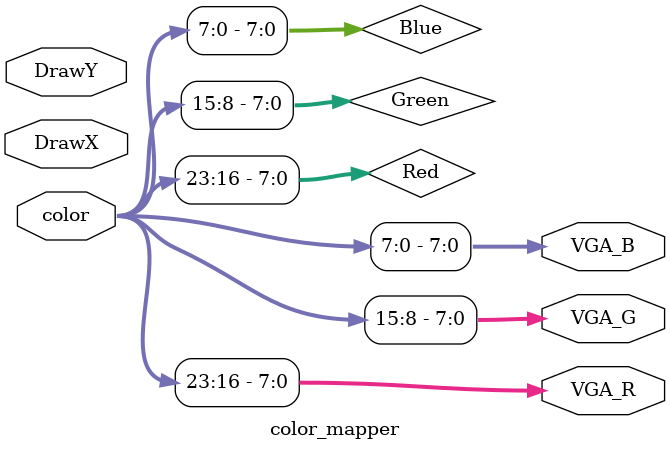
<source format=sv>

module  color_mapper ( input        [23:0] color,            // Whether current pixel belongs to ball 
                                                              //   or background (computed in ball.sv)
                       input        [9:0] DrawX, DrawY,       // Current pixel coordinates
                       output logic [7:0] VGA_R, VGA_G, VGA_B // VGA RGB output
                     );
    
    logic [7:0] Red, Green, Blue;
    
    // Output colors to VGA
    assign VGA_R = Red;
    assign VGA_G = Green;
    assign VGA_B = Blue;
    
    // Assign color based on is_ball signal
    always_comb
    begin
//        if (is_ball == 1'b1) 
//        begin
//            // White ball
//            Red = 8'hff;
//            Green = 8'hff;
//            Blue = 8'hff;
//        end
//        else 
//        begin
//            // Background with nice color gradient
//            Red = 8'h3f; 
//            Green = 8'h00;
//            Blue = 8'h7f - {1'b0, DrawX[9:3]};
//        end
		Red = color[23:16];
		Green = color[15:8];
		Blue = color[7:0];
    end 
    
endmodule

</source>
